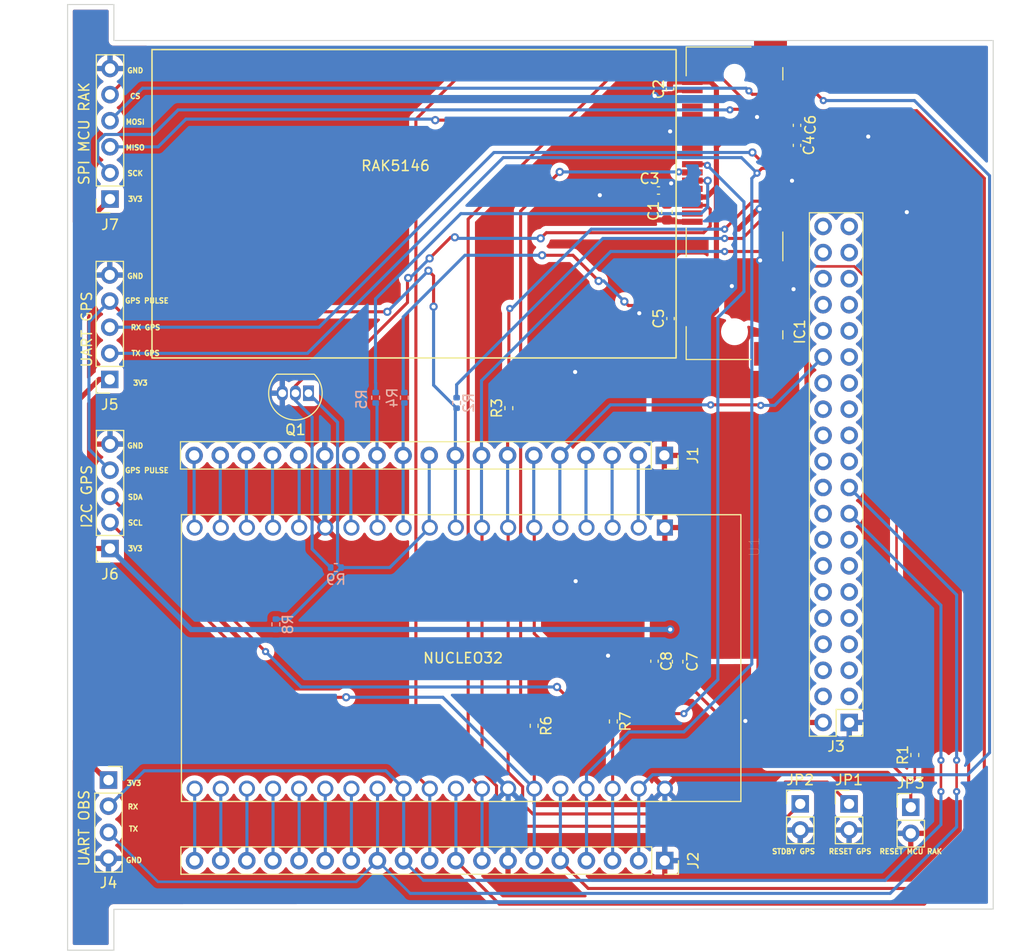
<source format=kicad_pcb>
(kicad_pcb (version 20211014) (generator pcbnew)
  (layers (0 "F.Cu" power) (31 "B.Cu" power) (34 "B.Paste" user) (35 "F.Paste" user) (36 "B.SilkS" user "B.Silkscreen") (37 "F.SilkS" user "F.Silkscreen") (38 "B.Mask" user) (39 "F.Mask" user) (44 "Edge.Cuts" user))
  (net 0 "")
  (net 1 "+3V3")
  (net 2 "GND")
  (net 6 "Net-(IC1-Pad32)")
  (net 12 "Net-(IC1-Pad30)")
  (net 16 "Net-(IC1-Pad28)")
  (net 18 "Net-(IC1-Pad23)")
  (net 19 "Net-(IC1-Pad22)")
  (net 20 "/8")
  (net 21 "Net-(IC1-Pad19)")
  (net 22 "Net-(IC1-Pad13)")
  (net 23 "/23")
  (net 24 "Net-(IC1-Pad6)")
  (net 25 "/24")
  (net 26 "/USB_DM")
  (net 27 "/USB_DP")
  (net 30 "/28")
  (net 32 "/27")
  (net 34 "/21")
  (net 35 "/29")
  (net 36 "/2")
  (net 37 "/3")
  (net 38 "/4")
  (net 39 "/5")
  (net 40 "/6")
  (net 41 "/7")
  (net 42 "/9")
  (net 43 "/10")
  (net 44 "/11")
  (net 45 "/12")
  (net 46 "/13")
  (net 47 "/15")
  (net 48 "/16")
  (net 49 "/17")
  (net 50 "/18")
  (net 51 "/19")
  (net 52 "/22")
  (net 53 "/25")
  (net 54 "/30")
  (net 55 "/31")
  (net 56 "/32")
  (net 57 "/33")
  (net 58 "/34")
  (net 59 "/35")
  (net 60 "/36")
  (net 61 "/37")
  (net 62 "/38")
  (footprint "Capacitor_SMD:C_0402_1005Metric" (layer "F.Cu") (at 162.99 40.34 -90)
    (fp_text reference "C2")
    (fp_text value "100n")
  )
  (footprint "Capacitor_SMD:C_0402_1005Metric" (layer "F.Cu") (at 161.87 50.2 180)
    (fp_text reference "C3")
    (fp_text value "100n")
  )
  (footprint "Resistor_SMD:R_0402_1005Metric" (layer "F.Cu") (at 149.78 102.28 -90)
    (fp_text reference "R6")
    (fp_text value "100")
  )
  (footprint "Connector_PinHeader_2.54mm:PinHeader_1x02_P2.54mm_Vertical" (layer "F.Cu") (at 186.4 110.2)
    (fp_text reference "JP3")
    (fp_text value "Jumper_MCU_Reset_Open")
  )
  (footprint "Package_TO_SOT_THT:TO-92_Inline" (layer "F.Cu") (at 127.8335 69.920745 180)
    (fp_text reference "Q1")
    (fp_text value "BC548")
  )
  (footprint "Capacitor_SMD:C_0402_1005Metric" (layer "F.Cu") (at 163.04 62.66 90)
    (fp_text reference "C5")
    (fp_text value "100n")
  )
  (footprint "Connector_PinSocket_2.54mm:PinSocket_1x19_P2.54mm_Vertical" (layer "F.Cu") (at 162.4385 75.970745 -90)
    (fp_text reference "J1")
    (fp_text value "Conn_01x19")
  )
  (footprint "Resistor_SMD:R_0402_1005Metric" (layer "F.Cu") (at 186.7935 105.117745 90)
    (fp_text reference "R1")
    (fp_text value "0")
  )
  (footprint "Resistor_SMD:R_0402_1005Metric" (layer "F.Cu") (at 157.48 101.854 -90)
    (fp_text reference "R7")
    (fp_text value "100")
  )
  (footprint "Connector_PinHeader_2.54mm:PinHeader_1x02_P2.54mm_Vertical" (layer "F.Cu") (at 175.65 109.875)
    (fp_text reference "JP2")
    (fp_text value "Jumper_STANDY_GPS_Open")
  )
  (footprint "Resistor_SMD:R_0402_1005Metric" (layer "F.Cu") (at 147.32 71.374 90)
    (fp_text reference "R3")
    (fp_text value "0")
  )
  (footprint "Connector_PinSocket_2.54mm:PinSocket_1x04_P2.54mm_Vertical" (layer "F.Cu") (at 108.3885 107.555745)
    (fp_text reference "J4")
    (fp_text value "Calculatrice_UART_groove")
  )
  (footprint "Capacitor_SMD:C_0603_1608Metric" (layer "F.Cu") (at 163.73 96.04 -90)
    (fp_text reference "C7")
    (fp_text value "10u")
  )
  (footprint "Capacitor_SMD:C_0402_1005Metric" (layer "F.Cu") (at 161.48 95.99 -90)
    (fp_text reference "C8")
    (fp_text value "100n")
  )
  (footprint "Connector_PinSocket_2.54mm:PinSocket_1x19_P2.54mm_Vertical" (layer "F.Cu") (at 162.48 115.39 -90)
    (fp_text reference "J2")
    (fp_text value "Conn_01x19")
  )
  (footprint "Capacitor_SMD:C_0402_1005Metric" (layer "F.Cu") (at 175.34 45.81 -90)
    (fp_text reference "C4")
    (fp_text value "100n")
  )
  (footprint "Connector_PinHeader_2.54mm:PinHeader_1x02_P2.54mm_Vertical" (layer "F.Cu") (at 180.4 109.875)
    (fp_text reference "JP1")
    (fp_text value "Jumper_RESET_GPS_Open")
  )
  (footprint "Connector_PinSocket_2.54mm:PinSocket_1x05_P2.54mm_Vertical" (layer "F.Cu") (at 108.5135 68.580745 180)
    (fp_text reference "J5")
    (fp_text value "RAK5146_UART_groove(GPS)")
  )
  (footprint "ESP32-DEVKITC-32D:MODULE_ESP32-DEVKITC-32D" (layer "F.Cu") (at 142.73 95.69 -90)
    (fp_text reference "U1")
    (fp_text value "ESP32-DEVKITC-32D")
  )
  (footprint "Connector_PinSocket_2.54mm:PinSocket_1x06_P2.54mm_Vertical" (layer "F.Cu") (at 108.5385 51.030745 180)
    (fp_text reference "J7")
    (fp_text value "RAK5146_SPI_groove(MCU)")
  )
  (footprint "Connector_PinSocket_2.54mm:PinSocket_1x05_P2.54mm_Vertical" (layer "F.Cu") (at 108.5385 85.030745 180)
    (fp_text reference "J6")
    (fp_text value "RAK5146_I2C_groove(GPS)")
  )
  (footprint "Connector_PinHeader_2.54mm:PinHeader_2x20_P2.54mm_Vertical" (layer "F.Cu") (at 180.4135 101.955745 180)
    (fp_text reference "J3")
    (fp_text value "Bus Standard")
  )
  (footprint "Capacitor_SMD:C_0603_1608Metric" (layer "F.Cu") (at 162.69 52.29 -90)
    (fp_text reference "C1")
    (fp_text value "10u")
  )
  (footprint "Connector_PCBEdge:BUS_PCI_Express_Mini" (layer "F.Cu") (at 169.26 51.44 90)
    (fp_text reference "IC1")
    (fp_text value "PCI_EXPRESS_CARD")
  )
  (footprint "Capacitor_SMD:C_0402_1005Metric" (layer "F.Cu") (at 175.34 43.86 90)
    (fp_text reference "C6")
    (fp_text value "100n")
  )
  (footprint "Resistor_SMD:R_0402_1005Metric" (layer "B.Cu") (at 130.4985 86.880745)
    (fp_text reference "R9")
    (fp_text value "100")
  )
  (footprint "Resistor_SMD:R_0402_1005Metric" (layer "B.Cu") (at 134.366 70.358 -90)
    (fp_text reference "R5")
    (fp_text value "0")
  )
  (footprint "Resistor_SMD:R_0402_1005Metric" (layer "B.Cu") (at 142.24 70.866 90)
    (fp_text reference "R2")
    (fp_text value "100")
  )
  (footprint "Resistor_SMD:R_0402_1005Metric" (layer "B.Cu") (at 137.16 70.36 -90)
    (fp_text reference "R4")
    (fp_text value "0")
  )
  (footprint "Resistor_SMD:R_0402_1005Metric" (layer "B.Cu") (at 124.6635 92.405745 90)
    (fp_text reference "R8")
    (fp_text value "NC")
  )
  (gr_rect (start 112.62 66.49) (end 163.58 36.49) (layer "F.SilkS") (width 0.15) (fill none))
  (gr_line (start 194.4135 35.605745) (end 194.4135 120.105745) (layer "Edge.Cuts") (width 0.1))
  (gr_line (start 104.4135 32.105745) (end 108.9135 32.105745) (layer "Edge.Cuts") (width 0.1))
  (gr_line (start 108.9135 124.105745) (end 104.4135 124.105745) (layer "Edge.Cuts") (width 0.1))
  (gr_line (start 108.9135 120.130745) (end 194.4135 120.105745) (layer "Edge.Cuts") (width 0.1))
  (gr_line (start 108.9135 35.605745) (end 194.4135 35.605745) (layer "Edge.Cuts") (width 0.1))
  (gr_line (start 108.9135 32.105745) (end 108.9135 35.605745) (layer "Edge.Cuts") (width 0.1))
  (gr_line (start 104.4135 124.105745) (end 104.4135 32.105745) (layer "Edge.Cuts") (width 0.1))
  (gr_line (start 108.9135 124.105745) (end 108.9135 120.130745) (layer "Edge.Cuts") (width 0.1))
  (gr_text "UART OBS" (at 106.0215 112.231745 90) (layer "F.SilkS") (effects (font (size 1 1))))
  (gr_text "UART GPS\n" (at 106.2755 63.717745 90) (layer "F.SilkS") (effects (font (size 1 1))))
  (gr_text "GND" (at 110.9885 75.030745) (layer "F.SilkS") (effects (font (size 0.5 0.5) (thickness 0.125))))
  (gr_text "SCL" (at 110.9885 82.530745) (layer "F.SilkS") (effects (font (size 0.5 0.5) (thickness 0.125))))
  (gr_text "RX GPS" (at 111.9885 63.530745) (layer "F.SilkS") (effects (font (size 0.5 0.5) (thickness 0.125))))
  (gr_text "GND" (at 110.8635 115.355745) (layer "F.SilkS") (effects (font (size 0.5 0.5) (thickness 0.125))))
  (gr_text "STDBY GPS\n" (at 175 114.5) (layer "F.SilkS") (effects (font (size 0.5 0.5) (thickness 0.125))))
  (gr_text "NUCLEO32\n" (at 142.87 95.69) (layer "F.SilkS") (effects (font (size 1 1))))
  (gr_text "GND" (at 110.9885 38.530745) (layer "F.SilkS") (effects (font (size 0.5 0.5) (thickness 0.125))))
  (gr_text "3V3\n" (at 110.8635 107.855745) (layer "F.SilkS") (effects (font (size 0.5 0.5) (thickness 0.125))))
  (gr_text "RX" (at 110.7635 110.155745) (layer "F.SilkS") (effects (font (size 0.5 0.5) (thickness 0.125))))
  (gr_text "SCK\n" (at 110.9885 48.530745) (layer "F.SilkS") (effects (font (size 0.5 0.5) (thickness 0.125))))
  (gr_text "RAK5146\n" (at 136.3 47.8) (layer "F.SilkS") (effects (font (size 1 1))))
  (gr_text "MISO\n" (at 110.9885 46.030745) (layer "F.SilkS") (effects (font (size 0.5 0.5) (thickness 0.125))))
  (gr_text "GPS PULSE\n" (at 112.1175 60.923745) (layer "F.SilkS") (effects (font (size 0.5 0.5) (thickness 0.125))))
  (gr_text "RESET GPS" (at 180.5 114.5) (layer "F.SilkS") (effects (font (size 0.5 0.5) (thickness 0.125))))
  (gr_text "3V3\n" (at 111.4885 68.919689) (layer "F.SilkS") (effects (font (size 0.5 0.5) (thickness 0.125))))
  (gr_text "3V3\n" (at 110.9885 85.030745) (layer "F.SilkS") (effects (font (size 0.5 0.5) (thickness 0.125))))
  (gr_text "RESET MCU RAK" (at 186.4 114.5) (layer "F.SilkS") (effects (font (size 0.5 0.5) (thickness 0.125))))
  (gr_text "TX" (at 110.8135 112.305745) (layer "F.SilkS") (effects (font (size 0.5 0.5) (thickness 0.125))))
  (gr_text "SPI MCU RAK" (at 106.0215 44.667745 90) (layer "F.SilkS") (effects (font (size 1 1))))
  (gr_text "GPS PULSE\n" (at 112.1175 77.433745) (layer "F.SilkS") (effects (font (size 0.5 0.5) (thickness 0.125))))
  (gr_text "TX GPS" (at 111.9885 66.030745) (layer "F.SilkS") (effects (font (size 0.5 0.5) (thickness 0.125))))
  (gr_text "GND" (at 110.9885 58.530745) (layer "F.SilkS") (effects (font (size 0.5 0.5) (thickness 0.125))))
  (gr_text "CS" (at 110.9885 41.030745) (layer "F.SilkS") (effects (font (size 0.5 0.5) (thickness 0.125))))
  (gr_text "MOSI" (at 110.9885 43.530745) (layer "F.SilkS") (effects (font (size 0.5 0.5) (thickness 0.125))))
  (gr_text "3V3\n" (at 110.9885 51.030745) (layer "F.SilkS") (effects (font (size 0.5 0.5) (thickness 0.125))))
  (gr_text "I2C GPS\n" (at 106.2755 79.973745 90) (layer "F.SilkS") (effects (font (size 1 1))))
  (gr_text "SDA" (at 110.9885 80.030745) (layer "F.SilkS") (effects (font (size 0.5 0.5) (thickness 0.125))))
  (segment (start 108.2135 107.555745) (end 108.3885 107.555745) (width 0.5) (layer "F.Cu") (net 1))
  (segment (start 165.16 39.64) (end 166.94 39.64) (width 0.5) (layer "F.Cu") (net 1))
  (segment (start 108.5385 85.030745) (end 107.0385 85.030745) (width 0.5) (layer "F.Cu") (net 1))
  (segment (start 107.0385 85.030745) (end 105.5385 86.530745) (width 0.5) (layer "F.Cu") (net 1))
  (segment (start 167.5 45.95) (end 167.5 49.9) (width 0.5) (layer "F.Cu") (net 1))
  (segment (start 163.365 50.84) (end 162.69 51.515) (width 0.5) (layer "F.Cu") (net 1))
  (segment (start 162.99 39.86) (end 163.21 39.64) (width 0.5) (layer "F.Cu") (net 1))
  (segment (start 105.5385 86.530745) (end 105.5385 70.530745) (width 0.5) (layer "F.Cu") (net 1))
  (segment (start 167.5 44.8) (end 167.5 45.95) (width 0.5) (layer "F.Cu") (net 1))
  (segment (start 175.34 45.33) (end 175.34 44.34) (width 0.5) (layer "F.Cu") (net 1))
  (segment (start 166.94 39.64) (end 167.5 40.2) (width 0.5) (layer "F.Cu") (net 1))
  (segment (start 166.56 50.84) (end 165.16 50.84) (width 0.5) (layer "F.Cu") (net 1))
  (segment (start 168.61 44.84) (end 167.5 45.95) (width 0.5) (layer "F.Cu") (net 1))
  (segment (start 173.36 44.04) (end 168.26 44.04) (width 0.5) (layer "F.Cu") (net 1))
  (segment (start 173.36 44.84) (end 173.36 44.04) (width 0.5) (layer "F.Cu") (net 1))
  (segment (start 167.5 61.9) (end 167.5 49.9) (width 0.5) (layer "F.Cu") (net 1))
  (segment (start 163.365 50.84) (end 165.16 50.84) (width 0.5) (layer "F.Cu") (net 1))
  (segment (start 174.85 44.84) (end 175.34 45.33) (width 0.5) (layer "F.Cu") (net 1))
  (segment (start 163.365 50.84) (end 162.99 50.84) (width 0.5) (layer "F.Cu") (net 1))
  (segment (start 173.36 44.84) (end 168.61 44.84) (width 0.5) (layer "F.Cu") (net 1))
  (segment (start 163.21 39.64) (end 165.16 39.64) (width 0.5) (layer "F.Cu") (net 1))
  (segment (start 166.56 62.84) (end 167.5 61.9) (width 0.5) (layer "F.Cu") (net 1))
  (segment (start 167.5 49.9) (end 166.56 50.84) (width 0.5) (layer "F.Cu") (net 1))
  (segment (start 167.5 40.2) (end 167.5 44.8) (width 0.5) (layer "F.Cu") (net 1))
  (segment (start 168.26 44.04) (end 167.5 44.8) (width 0.5) (layer "F.Cu") (net 1))
  (segment (start 105.5385 54.030745) (end 108.5385 51.030745) (width 0.5) (layer "F.Cu") (net 1))
  (segment (start 162.99 50.84) (end 162.35 50.2) (width 0.5) (layer "F.Cu") (net 1))
  (segment (start 173.36 44.84) (end 174.85 44.84) (width 0.5) (layer "F.Cu") (net 1))
  (segment (start 173.36 44.04) (end 173.66 44.34) (width 0.5) (layer "F.Cu") (net 1))
  (segment (start 105.5385 70.530745) (end 105.5385 54.030745) (width 0.5) (layer "F.Cu") (net 1))
  (segment (start 107.4885 68.580745) (end 105.5385 70.530745) (width 0.5) (layer "F.Cu") (net 1))
  (segment (start 108.5135 68.580745) (end 107.4885 68.580745) (width 0.5) (layer "F.Cu") (net 1))
  (segment (start 173.66 44.34) (end 175.34 44.34) (width 0.5) (layer "F.Cu") (net 1))
  (segment (start 105.5385 86.530745) (end 105.5385 104.880745) (width 0.5) (layer "F.Cu") (net 1))
  (segment (start 165.16 62.84) (end 166.56 62.84) (width 0.5) (layer "F.Cu") (net 1))
  (segment (start 105.5385 104.880745) (end 108.2135 107.555745) (width 0.5) (layer "F.Cu") (net 1))
  (via (at 163.0135 92.905745) (size 0.8) (drill 0.4) (layers "F.Cu" "B.Cu") (net 1))
  (segment (start 116.4235 92.915745) (end 108.5385 85.030745) (width 0.5) (layer "B.Cu") (net 1))
  (segment (start 124.6635 92.915745) (end 124.6735 92.905745) (width 0.5) (layer "B.Cu") (net 1))
  (segment (start 124.6735 92.905745) (end 163.0135 92.905745) (width 0.5) (layer "B.Cu") (net 1))
  (segment (start 124.6635 92.915745) (end 116.4235 92.915745) (width 0.5) (layer "B.Cu") (net 1))
  (segment (start 163.64 50.04) (end 163.1 49.5) (width 0.5) (layer "F.Cu") (net 2))
  (segment (start 163.01 44.44) (end 163 44.45) (width 0.5) (layer "F.Cu") (net 2))
  (segment (start 163 46.08) (end 163 44.45) (width 0.5) (layer "F.Cu") (net 2))
  (segment (start 173.36 49.64) (end 174.46 49.64) (width 0.5) (layer "F.Cu") (net 2))
  (segment (start 173.36 45.64) (end 173.36 46.44) (width 0.5) (layer "F.Cu") (net 2))
  (segment (start 163.76 46.84) (end 163 46.08) (width 0.5) (layer "F.Cu") (net 2))
  (segment (start 160.0405 62.18) (end 160 62.1395) (width 0.5) (layer "F.Cu") (net 2))
  (segment (start 173.36 60.04) (end 174.76 60.04) (width 0.5) (layer "F.Cu") (net 2))
  (segment (start 173.36 48.84) (end 174.44 48.84) (width 0.5) (layer "F.Cu") (net 2))
  (segment (start 173.36 52.04) (end 171.74 52.04) (width 0.5) (layer "F.Cu") (net 2))
  (segment (start 165.16 44.44) (end 163.01 44.44) (width 0.5) (layer "F.Cu") (net 2))
  (segment (start 163.66 40.44) (end 165.16 40.44) (width 0.5) (layer "F.Cu") (net 2))
  (segment (start 162.865 53.24) (end 165.16 53.24) (width 0.5) (layer "F.Cu") (net 2))
  (segment (start 163.28 40.82) (end 163.66 40.44) (width 0.5) (layer "F.Cu") (net 2))
  (segment (start 175.19 46.44) (end 175.34 46.29) (width 0.5) (layer "F.Cu") (net 2))
  (segment (start 174.76 60.04) (end 175 59.8) (width 0.5) (layer "F.Cu") (net 2))
  (segment (start 171.59 43.19) (end 172.35 43.19) (width 0.5) (layer "F.Cu") (net 2))
  (segment (start 162.99 40.82) (end 161.68 40.82) (width 0.5) (layer "F.Cu") (net 2))
  (segment (start 162.69 53.065) (end 162.865 53.24) (width 0.5) (layer "F.Cu") (net 2))
  (segment (start 173.36 57.64) (end 172.39 57.64) (width 0.5) (layer "F.Cu") (net 2))
  (segment (start 163.18 62.04) (end 165.16 62.04) (width 0.5) (layer "F.Cu") (net 2))
  (segment (start 174.46 49.64) (end 174.85 49.25) (width 0.5) (layer "F.Cu") (net 2))
  (segment (start 175.34 43.38) (end 175.2 43.24) (width 0.5) (layer "F.Cu") (net 2))
  (segment (start 163.04 62.18) (end 163.18 62.04) (width 0.5) (layer "F.Cu") (net 2))
  (segment (start 162.99 40.82) (end 163.28 40.82) (width 0.5) (layer "F.Cu") (net 2))
  (segment (start 173.36 46.44) (end 175.19 46.44) (width 0.5) (layer "F.Cu") (net 2))
  (segment (start 171.45 43.05) (end 171.59 43.19) (width 0.5) (layer "F.Cu") (net 2))
  (segment (start 165.16 46.84) (end 163.76 46.84) (width 0.5) (layer "F.Cu") (net 2))
  (segment (start 163.73 96.815) (end 163.685 96.815) (width 0.3) (layer "F.Cu") (net 2))
  (segment (start 174.44 48.84) (end 174.85 49.25) (width 0.5) (layer "F.Cu") (net 2))
  (segment (start 171.74 52.04) (end 171.7 52) (width 0.5) (layer "F.Cu") (net 2))
  (segment (start 165.16 50.04) (end 163.64 50.04) (width 0.5) (layer "F.Cu") (net 2))
  (segment (start 173.36 48.84) (end 173.36 49.64) (width 0.5) (layer "F.Cu") (net 2))
  (segment (start 172.39 57.64) (end 171.75 57) (width 0.5) (layer "F.Cu") (net 2))
  (segment (start 161.68 40.82) (end 161.5 41) (width 0.5) (layer "F.Cu") (net 2))
  (segment (start 163.04 62.18) (end 160.0405 62.18) (width 0.5) (layer "F.Cu") (net 2))
  (segment (start 175.2 43.24) (end 173.36 43.24) (width 0.5) (layer "F.Cu") (net 2))
  (via (at 174.85 49.25) (size 0.8) (drill 0.4) (layers "F.Cu" "B.Cu") (net 2))
  (via (at 153.8135 88.205745) (size 0.8) (drill 0.4) (layers "F.Cu" "B.Cu") (net 2))
  (via (at 163 44.45) (size 0.8) (drill 0.4) (layers "F.Cu" "B.Cu") (net 2))
  (via (at 170.3135 101.805745) (size 0.8) (drill 0.4) (layers "F.Cu" "B.Cu") (net 2))
  (via (at 153.7635 67.855745) (size 0.8) (drill 0.4) (layers "F.Cu" "B.Cu") (net 2))
  (via (at 182.2635 44.955745) (size 0.8) (drill 0.4) (layers "F.Cu" "B.Cu") (net 2))
  (via (at 160 62.1395) (size 0.8) (drill 0.4) (layers "F.Cu" "B.Cu") (net 2))
  (via (at 171.75 57) (size 0.8) (drill 0.4) (layers "F.Cu" "B.Cu") (net 2))
  (via (at 163.1 49.5) (size 0.8) (drill 0.4) (layers "F.Cu" "B.Cu") (net 2))
  (via (at 161.5 41) (size 0.8) (drill 0.4) (layers "F.Cu" "B.Cu") (net 2))
  (via (at 175 59.8) (size 0.8) (drill 0.4) (layers "F.Cu" "B.Cu") (net 2))
  (via (at 156.9635 95.455745) (size 0.8) (drill 0.4) (layers "F.Cu" "B.Cu") (net 2))
  (via (at 171.7 52) (size 0.8) (drill 0.4) (layers "F.Cu" "B.Cu") (net 2))
  (via (at 156.1635 50.655745) (size 0.8) (drill 0.4) (layers "F.Cu" "B.Cu") (net 2))
  (via (at 171.45 43.05) (size 0.8) (drill 0.4) (layers "F.Cu" "B.Cu") (net 2))
  (via (at 186.0135 52.305745) (size 0.8) (drill 0.4) (layers "F.Cu" "B.Cu") (net 2))
  (via (at 169 59.5) (size 0.8) (drill 0.4) (layers "F.Cu" "B.Cu") (net 2))
  (segment (start 147.25 108.39) (end 147.25 115.38) (width 0.5) (layer "B.Cu") (net 2))
  (segment (start 147.24 108.4) (end 147.25 108.39) (width 0.5) (layer "B.Cu") (net 2))
  (segment (start 162.49 115.38) (end 162.48 115.39) (width 0.5) (layer "B.Cu") (net 2))
  (segment (start 162.49 108.39) (end 162.49 115.38) (width 0.5) (layer "B.Cu") (net 2))
  (segment (start 160 62.1395) (end 162.6395 59.5) (width 0.5) (layer "B.Cu") (net 2))
  (segment (start 147.25 115.38) (end 147.24 115.39) (width 0.5) (layer "B.Cu") (net 2))
  (segment (start 129.4185 75.970745) (end 129.4185 82.9385) (width 0.5) (layer "B.Cu") (net 2))
  (segment (start 162.6395 59.5) (end 169 59.5) (width 0.5) (layer "B.Cu") (net 2))
  (segment (start 162.48 108.4) (end 162.49 108.39) (width 0.5) (layer "B.Cu") (net 2))
  (segment (start 129.4185 82.9385) (end 129.47 82.99) (width 0.5) (layer "B.Cu") (net 2))
  (segment (start 165.16 47.64) (end 166.512 47.64) (width 0.3) (layer "F.Cu") (net 6))
  (segment (start 164.338 101.092) (end 157.732 101.092) (width 0.3) (layer "F.Cu") (net 6))
  (segment (start 166.512 47.64) (end 166.624 47.752) (width 0.3) (layer "F.Cu") (net 6))
  (segment (start 157.732 101.092) (end 157.48 101.344) (width 0.3) (layer "F.Cu") (net 6))
  (via (at 164.338 101.092) (size 0.7) (drill 0.3) (layers "F.Cu" "B.Cu") (net 6))
  (via (at 166.624 47.752) (size 0.7) (drill 0.3) (layers "F.Cu" "B.Cu") (net 6))
  (segment (start 167.64 62.563997) (end 167.64 97.79) (width 0.3) (layer "B.Cu") (net 6))
  (segment (start 166.624 47.752) (end 170.18 51.308) (width 0.3) (layer "B.Cu") (net 6))
  (segment (start 167.64 97.79) (end 164.338 101.092) (width 0.3) (layer "B.Cu") (net 6))
  (segment (start 170.18 60.023997) (end 167.64 62.563997) (width 0.3) (layer "B.Cu") (net 6))
  (segment (start 170.18 51.308) (end 170.18 60.023997) (width 0.3) (layer "B.Cu") (net 6))
  (segment (start 165.16 48.44) (end 163.895723 48.44) (width 0.3) (layer "F.Cu") (net 12))
  (segment (start 148.4635 100.4535) (end 148.4635 52.1965) (width 0.3) (layer "F.Cu") (net 12))
  (segment (start 163.895723 48.44) (end 163.848191 48.392468) (width 0.3) (layer "F.Cu") (net 12))
  (segment (start 149.78 101.77) (end 148.4635 100.4535) (width 0.3) (layer "F.Cu") (net 12))
  (segment (start 148.4635 52.1965) (end 152.267532 48.392468) (width 0.3) (layer "F.Cu") (net 12))
  (via (at 152.267532 48.392468) (size 0.8) (drill 0.4) (layers "F.Cu" "B.Cu") (net 12))
  (via (at 163.848191 48.392468) (size 0.7) (drill 0.3) (layers "F.Cu" "B.Cu") (net 12))
  (segment (start 163.848191 48.392468) (end 152.267532 48.392468) (width 0.3) (layer "B.Cu") (net 12))
  (segment (start 166.6405 49.24) (end 166.6505 49.25) (width 0.3) (layer "F.Cu") (net 16))
  (segment (start 165.16 49.24) (end 166.6405 49.24) (width 0.3) (layer "F.Cu") (net 16))
  (via (at 166.6505 49.25) (size 0.8) (drill 0.4) (layers "F.Cu" "B.Cu") (net 16))
  (segment (start 134.35 60.75) (end 142.65 52.45) (width 0.3) (layer "B.Cu") (net 16))
  (segment (start 134.366 69.848) (end 134.366 68.916) (width 0.3) (layer "B.Cu") (net 16))
  (segment (start 142.65 52.45) (end 166 52.45) (width 0.3) (layer "B.Cu") (net 16))
  (segment (start 134.366 68.916) (end 134.35 68.9) (width 0.3) (layer "B.Cu") (net 16))
  (segment (start 166.6505 49.25) (end 166.6505 51.7995) (width 0.3) (layer "B.Cu") (net 16))
  (segment (start 134.35 68.9) (end 134.35 60.75) (width 0.3) (layer "B.Cu") (net 16))
  (segment (start 166.6505 51.7995) (end 166 52.45) (width 0.3) (layer "B.Cu") (net 16))
  (segment (start 168.2995 53.964497) (end 171.023997 51.24) (width 0.3) (layer "F.Cu") (net 18))
  (segment (start 171.023997 51.24) (end 173.36 51.24) (width 0.3) (layer "F.Cu") (net 18))
  (segment (start 147.32 61.774245) (end 147.32 70.864) (width 0.3) (layer "F.Cu") (net 18))
  (segment (start 147.4135 61.680745) (end 147.32 61.774245) (width 0.3) (layer "F.Cu") (net 18))
  (via (at 168.2995 53.964497) (size 0.7) (drill 0.3) (layers "F.Cu" "B.Cu") (net 18))
  (via (at 147.4135 61.680745) (size 0.7) (drill 0.3) (layers "F.Cu" "B.Cu") (net 18))
  (segment (start 155.331503 53.964497) (end 168.2995 53.964497) (width 0.3) (layer "B.Cu") (net 18))
  (segment (start 147.4135 61.680745) (end 147.615255 61.680745) (width 0.3) (layer "B.Cu") (net 18))
  (segment (start 147.615255 61.680745) (end 155.331503 53.964497) (width 0.3) (layer "B.Cu") (net 18))
  (segment (start 137.4635 61.097161) (end 131.754916 66.805745) (width 0.3) (layer "F.Cu") (net 19))
  (segment (start 131.754916 66.805745) (end 128.9735 66.805745) (width 0.3) (layer "F.Cu") (net 19))
  (segment (start 137.4635 58.772745) (end 137.4635 61.097161) (width 0.3) (layer "F.Cu") (net 19))
  (segment (start 166.9 52.019245) (end 166.520755 51.64) (width 0.3) (layer "F.Cu") (net 19))
  (segment (start 126.5635 69.215745) (end 126.5635 69.920745) (width 0.3) (layer "F.Cu") (net 19))
  (segment (start 142.0635 54.755745) (end 141.6635 54.755745) (width 0.3) (layer "F.Cu") (net 19))
  (segment (start 150.9635 54.305745) (end 150.4135 54.855745) (width 0.3) (layer "F.Cu") (net 19))
  (segment (start 166.9 53.669245) (end 166.2635 54.305745) (width 0.3) (layer "F.Cu") (net 19))
  (segment (start 166.520755 51.64) (end 165.16 51.64) (width 0.3) (layer "F.Cu") (net 19))
  (segment (start 166.2635 54.305745) (end 150.9635 54.305745) (width 0.3) (layer "F.Cu") (net 19))
  (segment (start 128.9735 66.805745) (end 126.5635 69.215745) (width 0.3) (layer "F.Cu") (net 19))
  (segment (start 141.6635 54.755745) (end 139.6135 56.805745) (width 0.3) (layer "F.Cu") (net 19))
  (segment (start 166.9 52.019245) (end 166.9 53.669245) (width 0.3) (layer "F.Cu") (net 19))
  (segment (start 165.16 51.64) (end 165.31 51.79) (width 0.3) (layer "F.Cu") (net 19))
  (via (at 142.0635 54.755745) (size 0.8) (drill 0.4) (layers "F.Cu" "B.Cu") (net 19))
  (via (at 150.4135 54.855745) (size 0.8) (drill 0.4) (layers "F.Cu" "B.Cu") (net 19))
  (via (at 137.5305 58.705745) (size 0.8) (drill 0.4) (layers "F.Cu" "B.Cu") (net 19))
  (via (at 139.6135 56.805745) (size 0.8) (drill 0.4) (layers "F.Cu" "B.Cu") (net 19))
  (segment (start 142.1635 54.855745) (end 142.0635 54.755745) (width 0.3) (layer "B.Cu") (net 19))
  (segment (start 126.5635 70.625745) (end 126.5635 69.920745) (width 0.3) (layer "B.Cu") (net 19))
  (segment (start 129.9885 86.880745) (end 128.1885 85.080745) (width 0.3) (layer "B.Cu") (net 19))
  (segment (start 128.1885 85.080745) (end 128.1885 72.250745) (width 0.3) (layer "B.Cu") (net 19))
  (segment (start 137.7135 58.705745) (end 139.6135 56.805745) (width 0.3) (layer "B.Cu") (net 19))
  (segment (start 128.1885 72.250745) (end 126.5635 70.625745) (width 0.3) (layer "B.Cu") (net 19))
  (segment (start 150.4135 54.855745) (end 142.1635 54.855745) (width 0.3) (layer "B.Cu") (net 19))
  (segment (start 146.12 110.62) (end 147.55 112.05) (width 0.3) (layer "F.Cu") (net 20))
  (segment (start 144.71 106.71) (end 146.12 108.12) (width 0.3) (layer "F.Cu") (net 20))
  (segment (start 146.12 108.12) (end 146.12 110.62) (width 0.3) (layer "F.Cu") (net 20))
  (segment (start 174.646 50.44) (end 173.36 50.44) (width 0.3) (layer "F.Cu") (net 20))
  (segment (start 168.2995 56.134) (end 172.866 56.134) (width 0.3) (layer "F.Cu") (net 20))
  (segment (start 175.006 53.994) (end 175.006 50.8) (width 0.3) (layer "F.Cu") (net 20))
  (segment (start 173.475 112.05) (end 175.65 109.875) (width 0.3) (layer "F.Cu") (net 20))
  (segment (start 172.866 56.134) (end 175.006 53.994) (width 0.3) (layer "F.Cu") (net 20))
  (segment (start 147.55 112.05) (end 173.475 112.05) (width 0.3) (layer "F.Cu") (net 20))
  (segment (start 175.006 50.8) (end 174.646 50.44) (width 0.3) (layer "F.Cu") (net 20))
  (segment (start 144.71 82.99) (end 144.71 106.71) (width 0.3) (layer "F.Cu") (net 20))
  (via (at 168.2995 56.134) (size 0.7) (drill 0.3) (layers "F.Cu" "B.Cu") (net 20))
  (segment (start 157.226 56.134) (end 168.2995 56.134) (width 0.3) (layer "B.Cu") (net 20))
  (segment (start 144.6585 68.7015) (end 157.226 56.134) (width 0.3) (layer "B.Cu") (net 20))
  (segment (start 144.6585 75.970745) (end 144.6585 68.7015) (width 0.3) (layer "B.Cu") (net 20))
  (segment (start 144.6585 75.970745) (end 144.6585 82.9385) (width 0.3) (layer "B.Cu") (net 20))
  (segment (start 144.6585 82.9385) (end 144.71 82.99) (width 0.3) (layer "B.Cu") (net 20))
  (segment (start 173.36 52.84) (end 172.06 52.84) (width 0.3) (layer "F.Cu") (net 21))
  (segment (start 170.036 54.864) (end 168.2995 54.864) (width 0.3) (layer "F.Cu") (net 21))
  (segment (start 172.06 52.84) (end 170.036 54.864) (width 0.3) (layer "F.Cu") (net 21))
  (via (at 168.2995 54.864) (size 0.7) (drill 0.3) (layers "F.Cu" "B.Cu") (net 21))
  (segment (start 142.24 70.356) (end 142.24 69.088) (width 0.3) (layer "B.Cu") (net 21))
  (segment (start 168.2995 54.864) (end 156.464 54.864) (width 0.3) (layer "B.Cu") (net 21))
  (segment (start 156.464 54.864) (end 142.24 69.088) (width 0.3) (layer "B.Cu") (net 21))
  (segment (start 174.665305 58.44) (end 175.522282 57.583023) (width 0.25) (layer "F.Cu") (net 22))
  (segment (start 185.0155 61.685745) (end 185.0155 102.829745) (width 0.25) (layer "F.Cu") (net 22))
  (segment (start 185.0155 102.829745) (end 186.7935 104.607745) (width 0.25) (layer "F.Cu") (net 22))
  (segment (start 180.912778 57.583023) (end 185.0155 61.685745) (width 0.25) (layer "F.Cu") (net 22))
  (segment (start 173.36 58.44) (end 174.665305 58.44) (width 0.25) (layer "F.Cu") (net 22))
  (segment (start 175.522282 57.583023) (end 180.912778 57.583023) (width 0.25) (layer "F.Cu") (net 22))
  (segment (start 171.924 48.04) (end 171.45 48.514) (width 0.3) (layer "F.Cu") (net 23))
  (segment (start 173.36 48.04) (end 171.924 48.04) (width 0.3) (layer "F.Cu") (net 23))
  (via (at 171.45 48.514) (size 0.7) (drill 0.3) (layers "F.Cu" "B.Cu") (net 23))
  (segment (start 170.942 49.022) (end 171.45 48.514) (width 0.3) (layer "B.Cu") (net 23))
  (segment (start 146.769245 47) (end 127.7285 66.040745) (width 0.3) (layer "B.Cu") (net 23))
  (segment (start 170.942 96.266) (end 170.942 49.022) (width 0.3) (layer "B.Cu") (net 23))
  (segment (start 171.45 48.514) (end 169.936 47) (width 0.3) (layer "B.Cu") (net 23))
  (segment (start 154.87 108.39) (end 154.87 115.38) (width 0.3) (layer "B.Cu") (net 23))
  (segment (start 159.004 102.87) (end 164.338 102.87) (width 0.3) (layer "B.Cu") (net 23))
  (segment (start 154.87 107.004) (end 159.004 102.87) (width 0.3) (layer "B.Cu") (net 23))
  (segment (start 154.86 108.4) (end 154.87 108.39) (width 0.3) (layer "B.Cu") (net 23))
  (segment (start 127.7285 66.040745) (end 108.5135 66.040745) (width 0.3) (layer "B.Cu") (net 23))
  (segment (start 154.87 115.38) (end 154.86 115.39) (width 0.3) (layer "B.Cu") (net 23))
  (segment (start 169.936 47) (end 146.769245 47) (width 0.3) (layer "B.Cu") (net 23))
  (segment (start 154.87 108.39) (end 154.87 107.004) (width 0.3) (layer "B.Cu") (net 23))
  (segment (start 164.338 102.87) (end 170.942 96.266) (width 0.3) (layer "B.Cu") (net 23))
  (segment (start 158.94 61.39) (end 158.55 61) (width 0.3) (layer "F.Cu") (net 24))
  (segment (start 165.16 61.24) (end 165.01 61.39) (width 0.3) (layer "F.Cu") (net 24))
  (segment (start 165.01 61.39) (end 158.94 61.39) (width 0.3) (layer "F.Cu") (net 24))
  (segment (start 156.05 59) (end 153.55 56.5) (width 0.3) (layer "F.Cu") (net 24))
  (segment (start 153.55 56.5) (end 150.55 56.5) (width 0.3) (layer "F.Cu") (net 24))
  (via (at 156.05 59) (size 0.8) (drill 0.4) (layers "F.Cu" "B.Cu") (net 24))
  (via (at 150.55 56.5) (size 0.8) (drill 0.4) (layers "F.Cu" "B.Cu") (net 24))
  (via (at 158.55 61) (size 0.8) (drill 0.4) (layers "F.Cu" "B.Cu") (net 24))
  (segment (start 137.05 62.5) (end 137.05 69.74) (width 0.3) (layer "B.Cu") (net 24))
  (segment (start 143.05 56.5) (end 137.05 62.5) (width 0.3) (layer "B.Cu") (net 24))
  (segment (start 158.55 61) (end 156.55 59) (width 0.3) (layer "B.Cu") (net 24))
  (segment (start 156.55 59) (end 156.05 59) (width 0.3) (layer "B.Cu") (net 24))
  (segment (start 150.55 56.5) (end 143.05 56.5) (width 0.3) (layer "B.Cu") (net 24))
  (segment (start 137.05 69.74) (end 137.16 69.85) (width 0.3) (layer "B.Cu") (net 24))
  (segment (start 173.36 47.24) (end 171.74 47.24) (width 0.3) (layer "F.Cu") (net 25))
  (segment (start 186.694 118.102) (end 155.032 118.102) (width 0.3) (layer "F.Cu") (net 25))
  (segment (start 192.028 50.538) (end 192.028 112.768) (width 0.3) (layer "F.Cu") (net 25))
  (segment (start 188.73 47.24) (end 192.028 50.538) (width 0.3) (layer "F.Cu") (net 25))
  (segment (start 171.74 47.24) (end 171 46.5) (width 0.3) (layer "F.Cu") (net 25))
  (segment (start 155.032 118.102) (end 152.32 115.39) (width 0.3) (layer "F.Cu") (net 25))
  (segment (start 192.028 112.768) (end 186.694 118.102) (width 0.3) (layer "F.Cu") (net 25))
  (segment (start 173.36 47.24) (end 188.73 47.24) (width 0.3) (layer "F.Cu") (net 25))
  (via (at 171 46.5) (size 0.8) (drill 0.4) (layers "F.Cu" "B.Cu") (net 25))
  (segment (start 128.8685 63.500745) (end 108.5135 63.500745) (width 0.3) (layer "B.Cu") (net 25))
  (segment (start 152.33 115.38) (end 152.32 115.39) (width 0.3) (layer "B.Cu") (net 25))
  (segment (start 171 46.5) (end 145.869245 46.5) (width 0.3) (layer "B.Cu") (net 25))
  (segment (start 145.869245 46.5) (end 128.8685 63.500745) (width 0.3) (layer "B.Cu") (net 25))
  (segment (start 152.32 108.4) (end 152.33 108.39) (width 0.3) (layer "B.Cu") (net 25))
  (segment (start 152.33 108.39) (end 152.33 115.38) (width 0.3) (layer "B.Cu") (net 25))
  (segment (start 168.869245 42.3) (end 168.8135 42.355745) (width 0.3) (layer "F.Cu") (net 30))
  (segment (start 173.36 42.44) (end 173.22 42.3) (width 0.3) (layer "F.Cu") (net 30))
  (segment (start 187.71 119.626) (end 146.396 119.626) (width 0.3) (layer "F.Cu") (net 30))
  (segment (start 193.552 49.014) (end 193.552 113.784) (width 0.3) (layer "F.Cu") (net 30))
  (segment (start 193.552 113.784) (end 187.71 119.626) (width 0.3) (layer "F.Cu") (net 30))
  (segment (start 173.22 42.3) (end 168.869245 42.3) (width 0.3) (layer "F.Cu") (net 30))
  (segment (start 173.36 42.44) (end 186.978 42.44) (width 0.3) (layer "F.Cu") (net 30))
  (segment (start 186.978 42.44) (end 193.552 49.014) (width 0.3) (layer "F.Cu") (net 30))
  (segment (start 146.396 119.626) (end 142.16 115.39) (width 0.3) (layer "F.Cu") (net 30))
  (via (at 168.8135 42.355745) (size 0.7) (drill 0.3) (layers "F.Cu" "B.Cu") (net 30))
  (segment (start 115.1635 42.355745) (end 112.7685 44.750745) (width 0.3) (layer "B.Cu") (net 30))
  (segment (start 142.17 108.39) (end 142.17 115.38) (width 0.3) (layer "B.Cu") (net 30))
  (segment (start 168.8135 42.355745) (end 115.1635 42.355745) (width 0.3) (layer "B.Cu") (net 30))
  (segment (start 107.3385 45.453688) (end 107.3385 47.290745) (width 0.3) (layer "B.Cu") (net 30))
  (segment (start 142.17 115.38) (end 142.16 115.39) (width 0.3) (layer "B.Cu") (net 30))
  (segment (start 142.16 108.4) (end 142.17 108.39) (width 0.3) (layer "B.Cu") (net 30))
  (segment (start 107.3385 47.290745) (end 108.5385 48.490745) (width 0.3) (layer "B.Cu") (net 30))
  (segment (start 108.041443 44.750745) (end 107.3385 45.453688) (width 0.3) (layer "B.Cu") (net 30))
  (segment (start 112.7685 44.750745) (end 108.041443 44.750745) (width 0.3) (layer "B.Cu") (net 30))
  (segment (start 170.418 41.64) (end 165.608 36.83) (width 0.3) (layer "F.Cu") (net 32))
  (segment (start 143.3635 107.0435) (end 144.71 108.39) (width 0.3) (layer "F.Cu") (net 32))
  (segment (start 140.1635 43.355745) (end 152.986256 43.355745) (width 0.3) (layer "F.Cu") (net 32))
  (segment (start 152.986256 43.355745) (end 153.024878 43.317123) (width 0.3) (layer "F.Cu") (net 32))
  (segment (start 165.608 36.83) (end 159.512 36.83) (width 0.3) (layer "F.Cu") (net 32))
  (segment (start 153.024878 43.317123) (end 143.3635 52.9785) (width 0.3) (layer "F.Cu") (net 32))
  (segment (start 143.3635 52.9785) (end 143.3635 107.0435) (width 0.3) (layer "F.Cu") (net 32))
  (segment (start 159.512 36.83) (end 153.024878 43.317123) (width 0.3) (layer "F.Cu") (net 32))
  (segment (start 173.36 41.64) (end 170.418 41.64) (width 0.3) (layer "F.Cu") (net 32))
  (via (at 140.1635 43.355745) (size 0.8) (drill 0.4) (layers "F.Cu" "B.Cu") (net 32))
  (segment (start 115.9135 43.255745) (end 113.2185 45.950745) (width 0.3) (layer "B.Cu") (net 32))
  (segment (start 144.71 115.38) (end 144.7 115.39) (width 0.3) (layer "B.Cu") (net 32))
  (segment (start 144.7 108.4) (end 144.71 108.39) (width 0.3) (layer "B.Cu") (net 32))
  (segment (start 113.2185 45.950745) (end 108.5385 45.950745) (width 0.3) (layer "B.Cu") (net 32))
  (segment (start 140.0635 43.255745) (end 115.9135 43.255745) (width 0.3) (layer "B.Cu") (net 32))
  (segment (start 144.71 108.39) (end 144.71 115.38) (width 0.3) (layer "B.Cu") (net 32))
  (segment (start 140.1635 43.355745) (end 140.0635 43.255745) (width 0.3) (layer "B.Cu") (net 32))
  (segment (start 173.36 40.84) (end 177.29 40.84) (width 0.3) (layer "F.Cu") (net 34))
  (segment (start 173.36 40.84) (end 170.997755 40.84) (width 0.3) (layer "F.Cu") (net 34))
  (segment (start 170.997755 40.84) (end 170.6635 40.505745) (width 0.3) (layer "F.Cu") (net 34))
  (segment (start 177.29 40.84) (end 177.9 41.45) (width 0.3) (layer "F.Cu") (net 34))
  (via (at 170.6635 40.505745) (size 0.7) (drill 0.3) (layers "F.Cu" "B.Cu") (net 34))
  (via (at 177.9 41.45) (size 0.7) (drill 0.3) (layers "F.Cu" "B.Cu") (net 34))
  (segment (start 186.75 41.45) (end 194.06 48.76) (width 0.3) (layer "B.Cu") (net 34))
  (segment (start 177.9 41.45) (end 186.75 41.45) (width 0.3) (layer "B.Cu") (net 34))
  (segment (start 159.95 115.38) (end 159.94 115.39) (width 0.3) (layer "B.Cu") (net 34))
  (segment (start 194.06 104.894) (end 191.914 107.04) (width 0.3) (layer "B.Cu") (net 34))
  (segment (start 170.407755 40.25) (end 111.699245 40.25) (width 0.3) (layer "B.Cu") (net 34))
  (segment (start 159.94 108.4) (end 159.95 108.39) (width 0.3) (layer "B.Cu") (net 34))
  (segment (start 161.3 107.04) (end 159.95 108.39) (width 0.3) (layer "B.Cu") (net 34))
  (segment (start 159.95 108.39) (end 159.95 115.38) (width 0.3) (layer "B.Cu") (net 34))
  (segment (start 191.914 107.04) (end 161.3 107.04) (width 0.3) (layer "B.Cu") (net 34))
  (segment (start 170.6635 40.505745) (end 170.407755 40.25) (width 0.3) (layer "B.Cu") (net 34))
  (segment (start 194.06 48.76) (end 194.06 104.894) (width 0.3) (layer "B.Cu") (net 34))
  (segment (start 111.699245 40.25) (end 108.5385 43.410745) (width 0.3) (layer "B.Cu") (net 34))
  (segment (start 168.95 36.33) (end 145.22 36.33) (width 0.3) (layer "F.Cu") (net 35))
  (segment (start 139.63 108.39) (end 138.28 107.04) (width 0.3) (layer "F.Cu") (net 35))
  (segment (start 173.36 40.04) (end 172.56 40.04) (width 0.3) (layer "F.Cu") (net 35))
  (segment (start 173.36 40.04) (end 172.66 40.04) (width 0.3) (layer "F.Cu") (net 35))
  (segment (start 145.22 36.33) (end 138.28 43.27) (width 0.3) (layer "F.Cu") (net 35))
  (segment (start 113.1035 36.305745) (end 108.5385 40.870745) (width 0.3) (layer "F.Cu") (net 35))
  (segment (start 145.195745 36.305745) (end 113.1035 36.305745) (width 0.3) (layer "F.Cu") (net 35))
  (segment (start 172.66 40.04) (end 168.95 36.33) (width 0.3) (layer "F.Cu") (net 35))
  (segment (start 145.22 36.33) (end 145.195745 36.305745) (width 0.3) (layer "F.Cu") (net 35))
  (segment (start 138.28 107.04) (end 138.28 43.27) (width 0.3) (layer "F.Cu") (net 35))
  (segment (start 139.62 108.4) (end 139.63 108.39) (width 0.3) (layer "B.Cu") (net 35))
  (segment (start 139.63 115.38) (end 139.62 115.39) (width 0.3) (layer "B.Cu") (net 35))
  (segment (start 139.63 108.39) (end 139.63 115.38) (width 0.3) (layer "B.Cu") (net 35))
  (segment (start 159.8985 82.9385) (end 159.95 82.99) (width 0.3) (layer "B.Cu") (net 36))
  (segment (start 159.8985 75.970745) (end 159.8985 82.9385) (width 0.3) (layer "B.Cu") (net 36))
  (segment (start 157.3585 75.970745) (end 157.3585 82.9385) (width 0.3) (layer "B.Cu") (net 37))
  (segment (start 157.3585 82.9385) (end 157.41 82.99) (width 0.3) (layer "B.Cu") (net 37))
  (segment (start 154.8185 75.970745) (end 154.8185 82.9385) (width 0.3) (layer "B.Cu") (net 38))
  (segment (start 154.8185 82.9385) (end 154.87 82.99) (width 0.3) (layer "B.Cu") (net 38))
  (segment (start 171.7635 71.055745) (end 171.8135 71.105745) (width 0.3) (layer "F.Cu") (net 39))
  (segment (start 166.9405 71.055745) (end 171.7635 71.055745) (width 0.3) (layer "F.Cu") (net 39))
  (via (at 171.8135 71.105745) (size 0.7) (drill 0.3) (layers "F.Cu" "B.Cu") (net 39))
  (via (at 166.9405 71.055745) (size 0.7) (drill 0.3) (layers "F.Cu" "B.Cu") (net 39))
  (segment (start 152.2785 82.9385) (end 152.33 82.99) (width 0.3) (layer "B.Cu") (net 39))
  (segment (start 173.1635 71.105745) (end 177.8735 66.395745) (width 0.3) (layer "B.Cu") (net 39))
  (segment (start 157.1935 71.055745) (end 152.2785 75.970745) (width 0.3) (layer "B.Cu") (net 39))
  (segment (start 152.2785 75.970745) (end 152.2785 82.9385) (width 0.3) (layer "B.Cu") (net 39))
  (segment (start 171.8135 71.105745) (end 173.1635 71.105745) (width 0.3) (layer "B.Cu") (net 39))
  (segment (start 166.9405 71.055745) (end 157.1935 71.055745) (width 0.3) (layer "B.Cu") (net 39))
  (segment (start 186.7935 105.627745) (end 186.7935 107.405745) (width 0.25) (layer "F.Cu") (net 40))
  (segment (start 186.4 107.9) (end 186.4 110.2) (width 0.3) (layer "F.Cu") (net 40))
  (segment (start 149.79 93.300661) (end 155.489339 99) (width 0.3) (layer "F.Cu") (net 40))
  (segment (start 172.5 106) (end 184.5 106) (width 0.3) (layer "F.Cu") (net 40))
  (segment (start 186.349623 107.849622) (end 186.4 107.9) (width 0.3) (layer "F.Cu") (net 40))
  (segment (start 155.489339 99) (end 165.5 99) (width 0.3) (layer "F.Cu") (net 40))
  (segment (start 165.5 99) (end 172.5 106) (width 0.3) (layer "F.Cu") (net 40))
  (segment (start 186.7935 107.405745) (end 186.349623 107.849622) (width 0.25) (layer "F.Cu") (net 40))
  (segment (start 184.5 106) (end 186.349623 107.849622) (width 0.3) (layer "F.Cu") (net 40))
  (segment (start 149.79 82.99) (end 149.79 93.300661) (width 0.3) (layer "F.Cu") (net 40))
  (segment (start 149.7385 75.970745) (end 149.7385 82.9385) (width 0.3) (layer "B.Cu") (net 40))
  (segment (start 149.7385 82.9385) (end 149.79 82.99) (width 0.3) (layer "B.Cu") (net 40))
  (segment (start 148.66 109.86) (end 149.65 110.85) (width 0.3) (layer "F.Cu") (net 41))
  (segment (start 147.32 71.884) (end 147.1985 72.0055) (width 0.3) (layer "F.Cu") (net 41))
  (segment (start 171.1 110.85) (end 174.2 107.75) (width 0.3) (layer "F.Cu") (net 41))
  (segment (start 149.65 110.85) (end 171.1 110.85) (width 0.3) (layer "F.Cu") (net 41))
  (segment (start 147.25 82.99) (end 147.25 106.791938) (width 0.3) (layer "F.Cu") (net 41))
  (segment (start 178.275 107.75) (end 180.4 109.875) (width 0.3) (layer "F.Cu") (net 41))
  (segment (start 147.1985 72.0055) (end 147.1985 75.970745) (width 0.3) (layer "F.Cu") (net 41))
  (segment (start 174.2 107.75) (end 178.275 107.75) (width 0.3) (layer "F.Cu") (net 41))
  (segment (start 147.25 106.791938) (end 148.66 108.201938) (width 0.3) (layer "F.Cu") (net 41))
  (segment (start 148.66 108.201938) (end 148.66 109.86) (width 0.3) (layer "F.Cu") (net 41))
  (segment (start 147.1985 75.970745) (end 147.1985 82.9385) (width 0.3) (layer "B.Cu") (net 41))
  (segment (start 147.1985 82.9385) (end 147.25 82.99) (width 0.3) (layer "B.Cu") (net 41))
  (segment (start 140 61.5) (end 140 58.5) (width 0.3) (layer "F.Cu") (net 42))
  (segment (start 109.552755 62) (end 108.5135 60.960745) (width 0.3) (layer "F.Cu") (net 42))
  (segment (start 135.5 62) (end 109.552755 62) (width 0.3) (layer "F.Cu") (net 42))
  (segment (start 140 58.5) (end 139.5 58) (width 0.3) (layer "F.Cu") (net 42))
  (via (at 139.5 58) (size 0.8) (drill 0.4) (layers "F.Cu" "B.Cu") (net 42))
  (via (at 135.5 62) (size 0.8) (drill 0.4) (layers "F.Cu" "B.Cu") (net 42))
  (via (at 140 61.5) (size 0.8) (drill 0.4) (layers "F.Cu" "B.Cu") (net 42))
  (segment (start 140 69.136) (end 140 61.5) (width 0.3) (layer "B.Cu") (net 42))
  (segment (start 106.4885 75.360745) (end 106.4885 75.030745) (width 0.3) (layer "B.Cu") (net 42))
  (segment (start 142.24 71.376) (end 140 69.136) (width 0.3) (layer "B.Cu") (net 42))
  (segment (start 139.5 58) (end 135.5 62) (width 0.3) (layer "B.Cu") (net 42))
  (segment (start 106.4885 62.985745) (end 106.4885 75.030745) (width 0.3) (layer "B.Cu") (net 42))
  (segment (start 108.5135 60.960745) (end 106.4885 62.985745) (width 0.3) (layer "B.Cu") (net 42))
  (segment (start 142.1185 75.970745) (end 142.1185 71.4975) (width 0.3) (layer "B.Cu") (net 42))
  (segment (start 142.1185 75.970745) (end 142.1185 82.9385) (width 0.3) (layer "B.Cu") (net 42))
  (segment (start 142.1185 82.9385) (end 142.17 82.99) (width 0.3) (layer "B.Cu") (net 42))
  (segment (start 108.5385 77.410745) (end 106.4885 75.360745) (width 0.3) (layer "B.Cu") (net 42))
  (segment (start 142.1185 71.4975) (end 142.24 71.376) (width 0.3) (layer "B.Cu") (net 42))
  (segment (start 139.5785 75.970745) (end 139.5785 82.9385) (width 0.3) (layer "B.Cu") (net 43))
  (segment (start 135.739255 86.880745) (end 131.3385 86.880745) (width 0.3) (layer "B.Cu") (net 43))
  (segment (start 125.9935 91.895745) (end 131.0085 86.880745) (width 0.3) (layer "B.Cu") (net 43))
  (segment (start 139.5785 82.9385) (end 139.63 82.99) (width 0.3) (layer "B.Cu") (net 43))
  (segment (start 124.6635 91.895745) (end 125.9935 91.895745) (width 0.3) (layer "B.Cu") (net 43))
  (segment (start 130.6635 86.535745) (end 130.6635 72.750745) (width 0.3) (layer "B.Cu") (net 43))
  (segment (start 131.0085 86.880745) (end 130.6635 86.535745) (width 0.3) (layer "B.Cu") (net 43))
  (segment (start 131.3385 86.880745) (end 131.0085 86.880745) (width 0.3) (layer "B.Cu") (net 43))
  (segment (start 130.6635 72.750745) (end 127.8335 69.920745) (width 0.3) (layer "B.Cu") (net 43))
  (segment (start 139.63 82.99) (end 135.739255 86.880745) (width 0.3) (layer "B.Cu") (net 43))
  (segment (start 137.0385 82.9385) (end 137.09 82.99) (width 0.3) (layer "B.Cu") (net 44))
  (segment (start 137.0385 75.970745) (end 137.0385 70.9915) (width 0.3) (layer "B.Cu") (net 44))
  (segment (start 137.0385 70.9915) (end 137.16 70.87) (width 0.3) (layer "B.Cu") (net 44))
  (segment (start 137.0385 75.970745) (end 137.0385 82.9385) (width 0.3) (layer "B.Cu") (net 44))
  (segment (start 134.4985 82.9385) (end 134.55 82.99) (width 0.3) (layer "B.Cu") (net 45))
  (segment (start 134.4985 71.0005) (end 134.366 70.868) (width 0.3) (layer "B.Cu") (net 45))
  (segment (start 134.4985 75.970745) (end 134.4985 71.0005) (width 0.3) (layer "B.Cu") (net 45))
  (segment (start 134.366 70.868) (end 134.54 71.042) (width 0.3) (layer "B.Cu") (net 45))
  (segment (start 134.4985 75.970745) (end 134.4985 82.9385) (width 0.3) (layer "B.Cu") (net 45))
  (segment (start 131.9585 82.9385) (end 132.01 82.99) (width 0.3) (layer "B.Cu") (net 46))
  (segment (start 131.9585 75.970745) (end 131.9585 82.9385) (width 0.3) (layer "B.Cu") (net 46))
  (segment (start 126.8785 82.9385) (end 126.93 82.99) (width 0.25) (layer "B.Cu") (net 47))
  (segment (start 126.93 75.939245) (end 126.93 82.99) (width 0.3) (layer "B.Cu") (net 47))
  (segment (start 126.8985 75.970745) (end 126.93 75.939245) (width 0.3) (layer "B.Cu") (net 47))
  (segment (start 126.8785 75.970745) (end 126.8985 75.970745) (width 0.3) (layer "B.Cu") (net 47))
  (segment (start 124.3385 75.970745) (end 124.3385 82.9385) (width 0.3) (layer "B.Cu") (net 48))
  (segment (start 124.3385 82.9385) (end 124.39 82.99) (width 0.3) (layer "B.Cu") (net 48))
  (segment (start 121.7985 75.970745) (end 121.7985 82.9385) (width 0.3) (layer "B.Cu") (net 49))
  (segment (start 121.7985 82.9385) (end 121.85 82.99) (width 0.3) (layer "B.Cu") (net 49))
  (segment (start 119.2585 75.970745) (end 119.2585 82.9385) (width 0.3) (layer "B.Cu") (net 50))
  (segment (start 119.2585 82.9385) (end 119.31 82.99) (width 0.3) (layer "B.Cu") (net 50))
  (segment (start 116.7185 75.970745) (end 116.7185 82.9385) (width 0.3) (layer "B.Cu") (net 51))
  (segment (start 116.7185 82.9385) (end 116.77 82.99) (width 0.3) (layer "B.Cu") (net 51))
  (segment (start 123.6435 95.055745) (end 108.5385 79.950745) (width 0.3) (layer "F.Cu") (net 52))
  (segment (start 157.48 102.364) (end 157.41 102.434) (width 0.3) (layer "F.Cu") (net 52))
  (segment (start 157.41 102.434) (end 157.41 108.39) (width 0.3) (layer "F.Cu") (net 52))
  (segment (start 123.6635 95.055745) (end 123.6435 95.055745) (width 0.3) (layer "F.Cu") (net 52))
  (segment (start 155.864 102.364) (end 152 98.5) (width 0.3) (layer "F.Cu") (net 52))
  (segment (start 157.48 102.364) (end 155.864 102.364) (width 0.3) (layer "F.Cu") (net 52))
  (via (at 123.6635 95.055745) (size 0.7) (drill 0.3) (layers "F.Cu" "B.Cu") (net 52))
  (via (at 152 98.5) (size 0.8) (drill 0.4) (layers "F.Cu" "B.Cu") (net 52))
  (segment (start 127.107755 98.5) (end 152 98.5) (width 0.3) (layer "B.Cu") (net 52))
  (segment (start 157.41 115.38) (end 157.4 115.39) (width 0.3) (layer "B.Cu") (net 52))
  (segment (start 157.41 108.39) (end 157.41 115.38) (width 0.3) (layer "B.Cu") (net 52))
  (segment (start 123.6635 95.055745) (end 127.107755 98.5) (width 0.3) (layer "B.Cu") (net 52))
  (segment (start 157.4 108.4) (end 157.41 108.39) (width 0.3) (layer "B.Cu") (net 52))
  (segment (start 149.78 102.79) (end 149.79 102.8) (width 0.3) (layer "F.Cu") (net 53))
  (segment (start 149.79 102.8) (end 149.79 108.39) (width 0.3) (layer "F.Cu") (net 53))
  (segment (start 108.5385 82.490745) (end 125.5535 99.505745) (width 0.3) (layer "F.Cu") (net 53))
  (segment (start 125.5535 99.505745) (end 131.494255 99.505745) (width 0.3) (layer "F.Cu") (net 53))
  (segment (start 131.494255 99.505745) (end 131.5 99.5) (width 0.3) (layer "F.Cu") (net 53))
  (via (at 131.5 99.5) (size 0.8) (drill 0.4) (layers "F.Cu" "B.Cu") (net 53))
  (segment (start 149.79 115.38) (end 149.78 115.39) (width 0.3) (layer "B.Cu") (net 53))
  (segment (start 149.78 108.4) (end 149.79 108.39) (width 0.3) (layer "B.Cu") (net 53))
  (segment (start 140.9 99.5) (end 135 99.5) (width 0.3) (layer "B.Cu") (net 53))
  (segment (start 149.79 108.39) (end 140.9 99.5) (width 0.3) (layer "B.Cu") (net 53))
  (segment (start 149.79 108.39) (end 149.79 115.38) (width 0.3) (layer "B.Cu") (net 53))
  (segment (start 135 99.5) (end 131.5 99.5) (width 0.3) (layer "B.Cu") (net 53))
  (segment (start 189.3335 105.627745) (end 189.3335 108.675745) (width 0.25) (layer "F.Cu") (net 54))
  (via (at 189.3335 105.627745) (size 0.7) (drill 0.3) (layers "F.Cu" "B.Cu") (net 54))
  (via (at 189.3335 108.675745) (size 0.7) (drill 0.3) (layers "F.Cu" "B.Cu") (net 54))
  (segment (start 189.3335 111.885745) (end 183.9075 117.311745) (width 0.3) (layer "B.Cu") (net 54))
  (segment (start 183.9075 117.311745) (end 139.001745 117.311745) (width 0.3) (layer "B.Cu") (net 54))
  (segment (start 137.09 115.38) (end 137.08 115.39) (width 0.3) (layer "B.Cu") (net 54))
  (segment (start 139.001745 117.311745) (end 137.08 115.39) (width 0.25) (layer "B.Cu") (net 54))
  (segment (start 108.4235 110.095745) (end 111.8635 106.655745) (width 0.3) (layer "B.Cu") (net 54))
  (segment (start 111.8635 106.655745) (end 135.355745 106.655745) (width 0.3) (layer "B.Cu") (net 54))
  (segment (start 189.3335 108.675745) (end 189.3335 111.885745) (width 0.3) (layer "B.Cu") (net 54))
  (segment (start 108.3885 110.095745) (end 108.4235 110.095745) (width 0.3) (layer "B.Cu") (net 54))
  (segment (start 189.3335 90.555745) (end 189.3335 105.627745) (width 0.3) (layer "B.Cu") (net 54))
  (segment (start 137.09 108.39) (end 137.09 115.38) (width 0.3) (layer "B.Cu") (net 54))
  (segment (start 180.4135 81.635745) (end 189.3335 90.555745) (width 0.3) (layer "B.Cu") (net 54))
  (segment (start 137.08 108.4) (end 137.09 108.39) (width 0.3) (layer "B.Cu") (net 54))
  (segment (start 135.355745 106.655745) (end 137.09 108.39) (width 0.3) (layer "B.Cu") (net 54))
  (segment (start 190.8575 105.627745) (end 190.8575 108.675745) (width 0.25) (layer "F.Cu") (net 55))
  (via (at 190.8575 108.675745) (size 0.7) (drill 0.3) (layers "F.Cu" "B.Cu") (net 55))
  (via (at 190.8575 105.627745) (size 0.7) (drill 0.3) (layers "F.Cu" "B.Cu") (net 55))
  (segment (start 134.55 108.39) (end 134.55 115.38) (width 0.3) (layer "B.Cu") (net 55))
  (segment (start 134.54 115.39) (end 132.474255 117.455745) (width 0.25) (layer "B.Cu") (net 55))
  (segment (start 134.55 115.38) (end 134.54 115.39) (width 0.3) (layer "B.Cu") (net 55))
  (segment (start 180.4135 79.095745) (end 190.8575 89.539745) (width 0.3) (layer "B.Cu") (net 55))
  (segment (start 184.3875 118.581745) (end 137.731745 118.581745) (width 0.3) (layer "B.Cu") (net 55))
  (segment (start 190.8575 108.675745) (end 190.8575 112.111745) (width 0.3) (layer "B.Cu") (net 55))
  (segment (start 132.474255 117.455745) (end 113.2085 117.455745) (width 0.25) (layer "B.Cu") (net 55))
  (segment (start 113.2085 117.455745) (end 108.3885 112.635745) (width 0.25) (layer "B.Cu") (net 55))
  (segment (start 137.731745 118.581745) (end 134.54 115.39) (width 0.25) (layer "B.Cu") (net 55))
  (segment (start 190.8575 89.539745) (end 190.8575 105.627745) (width 0.3) (layer "B.Cu") (net 55))
  (segment (start 134.54 108.4) (end 134.55 108.39) (width 0.3) (layer "B.Cu") (net 55))
  (segment (start 190.8575 112.111745) (end 184.3875 118.581745) (width 0.3) (layer "B.Cu") (net 55))
  (segment (start 132 108.4) (end 132.01 108.39) (width 0.3) (layer "B.Cu") (net 56))
  (segment (start 132.01 115.38) (end 132 115.39) (width 0.3) (layer "B.Cu") (net 56))
  (segment (start 132.01 108.39) (end 132.01 115.38) (width 0.3) (layer "B.Cu") (net 56))
  (segment (start 129.47 108.39) (end 129.47 115.38) (width 0.3) (layer "B.Cu") (net 57))
  (segment (start 129.46 108.4) (end 129.47 108.39) (width 0.3) (layer "B.Cu") (net 57))
  (segment (start 129.47 115.38) (end 129.46 115.39) (width 0.3) (layer "B.Cu") (net 57))
  (segment (start 126.92 108.4) (end 126.93 108.39) (width 0.3) (layer "B.Cu") (net 58))
  (segment (start 126.93 108.39) (end 126.93 115.38) (width 0.3) (layer "B.Cu") (net 58))
  (segment (start 126.93 115.38) (end 126.92 115.39) (width 0.3) (layer "B.Cu") (net 58))
  (segment (start 124.38 108.4) (end 124.39 108.39) (width 0.3) (layer "B.Cu") (net 59))
  (segment (start 124.39 115.38) (end 124.38 115.39) (width 0.3) (layer "B.Cu") (net 59))
  (segment (start 124.39 108.39) (end 124.39 115.38) (width 0.3) (layer "B.Cu") (net 59))
  (segment (start 121.85 115.38) (end 121.84 115.39) (width 0.3) (layer "B.Cu") (net 60))
  (segment (start 121.84 108.4) (end 121.85 108.39) (width 0.3) (layer "B.Cu") (net 60))
  (segment (start 121.85 108.39) (end 121.85 115.38) (width 0.3) (layer "B.Cu") (net 60))
  (segment (start 119.3 108.4) (end 119.31 108.39) (width 0.3) (layer "B.Cu") (net 61))
  (segment (start 119.31 115.38) (end 119.3 115.39) (width 0.3) (layer "B.Cu") (net 61))
  (segment (start 119.31 108.39) (end 119.31 115.38) (width 0.3) (layer "B.Cu") (net 61))
  (segment (start 116.77 115.38) (end 116.76 115.39) (width 0.3) (layer "B.Cu") (net 62))
  (segment (start 116.77 108.39) (end 116.77 115.38) (width 0.3) (layer "B.Cu") (net 62))
  (segment (start 116.76 108.4) (end 116.77 108.39) (width 0.3) (layer "B.Cu") (net 62))
  (zone (net 1) (net_name "+3V3") (layer "F.Cu") (priority 1) (connect_pads (clearance 0.508)) (min_thickness 0.254) (fill yes (thermal_gap 0.508) (thermal_bridge_width 0.508))
    (polygon (pts (xy 176.429351 100.676057) (xy 179.167361 100.673732) (xy 179.128267 103.329893) (xy 171.289479 103.438144) (xy 171.4 95.75) (xy 161 95.8) (xy 161.27442 62.33598) (xy 167.5 62.5) (xy 175.43 64.64)))
  )
  (zone (net 2) (net_name "GND") (layers F&B.Cu) (connect_pads (clearance 0.508)) (min_thickness 0.254) (fill yes (thermal_gap 0.508) (thermal_bridge_width 0.508))
    (polygon (pts (xy 197.410185 123.749369) (xy 98.294732 124.216934) (xy 98.344732 31.666934) (xy 197.2075 32.221745)))
  )
)
</source>
